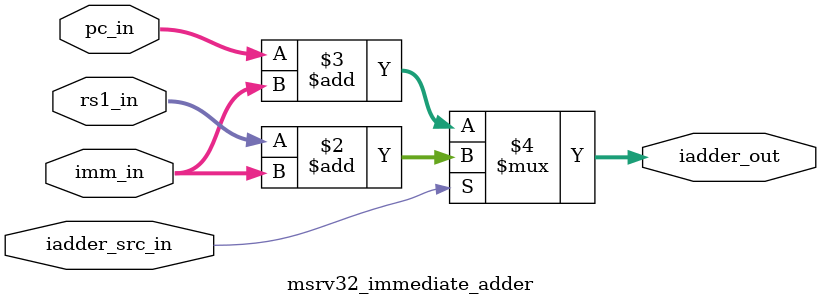
<source format=v>
module msrv32_immediate_adder(
    input [31:0] pc_in,       
    input [31:0] rs1_in,     
    input [31:0] imm_in,      
    input iadder_src_in,      
    output reg [31:0] iadder_out 
);
   always @(*) 
   begin
      iadder_out = (iadder_src_in) ? (rs1_in + imm_in) : (pc_in + imm_in);
   end
endmodule

</source>
